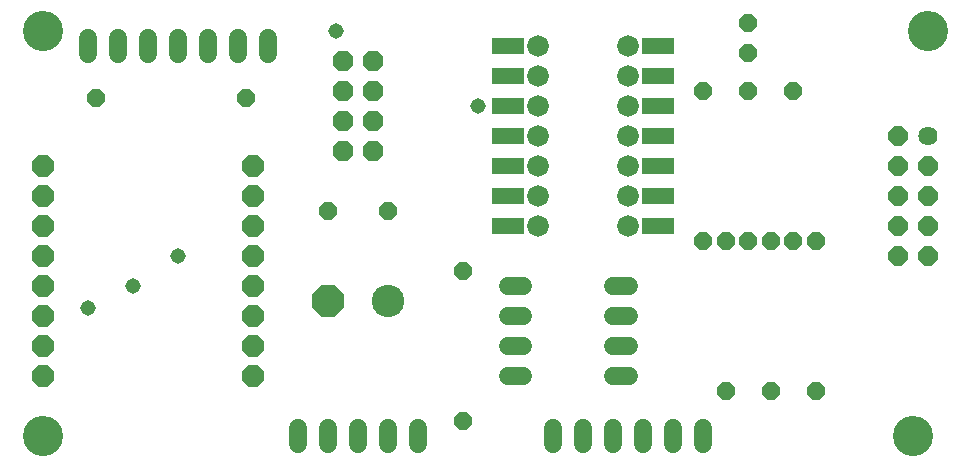
<source format=gts>
G75*
%MOIN*%
%OFA0B0*%
%FSLAX25Y25*%
%IPPOS*%
%LPD*%
%AMOC8*
5,1,8,0,0,1.08239X$1,22.5*
%
%ADD10C,0.13398*%
%ADD11C,0.06000*%
%ADD12C,0.06400*%
%ADD13OC8,0.06400*%
%ADD14C,0.07200*%
%ADD15R,0.10800X0.05800*%
%ADD16OC8,0.06000*%
%ADD17OC8,0.07400*%
%ADD18OC8,0.06800*%
%ADD19C,0.10800*%
%ADD20OC8,0.10800*%
%ADD21C,0.05156*%
D10*
X0016800Y0021800D03*
X0016800Y0156800D03*
X0306800Y0021800D03*
X0311800Y0156800D03*
D11*
X0212000Y0071800D02*
X0206800Y0071800D01*
X0206800Y0061800D02*
X0212000Y0061800D01*
X0212000Y0051800D02*
X0206800Y0051800D01*
X0206800Y0041800D02*
X0212000Y0041800D01*
X0216800Y0024400D02*
X0216800Y0019200D01*
X0206800Y0019200D02*
X0206800Y0024400D01*
X0196800Y0024400D02*
X0196800Y0019200D01*
X0186800Y0019200D02*
X0186800Y0024400D01*
X0176800Y0041800D02*
X0171600Y0041800D01*
X0171600Y0051800D02*
X0176800Y0051800D01*
X0176800Y0061800D02*
X0171600Y0061800D01*
X0171600Y0071800D02*
X0176800Y0071800D01*
X0141800Y0024400D02*
X0141800Y0019200D01*
X0131800Y0019200D02*
X0131800Y0024400D01*
X0121800Y0024400D02*
X0121800Y0019200D01*
X0111800Y0019200D02*
X0111800Y0024400D01*
X0101800Y0024400D02*
X0101800Y0019200D01*
X0226800Y0019200D02*
X0226800Y0024400D01*
X0236800Y0024400D02*
X0236800Y0019200D01*
X0091800Y0149200D02*
X0091800Y0154400D01*
X0081800Y0154400D02*
X0081800Y0149200D01*
X0071800Y0149200D02*
X0071800Y0154400D01*
X0061800Y0154400D02*
X0061800Y0149200D01*
X0051800Y0149200D02*
X0051800Y0154400D01*
X0041800Y0154400D02*
X0041800Y0149200D01*
X0031800Y0149200D02*
X0031800Y0154400D01*
D12*
X0311800Y0121800D03*
D13*
X0301800Y0121800D03*
X0301800Y0111800D03*
X0311800Y0111800D03*
X0311800Y0101800D03*
X0301800Y0101800D03*
X0301800Y0091800D03*
X0311800Y0091800D03*
X0311800Y0081800D03*
X0301800Y0081800D03*
D14*
X0211800Y0091800D03*
X0211800Y0101800D03*
X0211800Y0111800D03*
X0211800Y0121800D03*
X0211800Y0131800D03*
X0211800Y0141800D03*
X0211800Y0151800D03*
X0181800Y0151800D03*
X0181800Y0141800D03*
X0181800Y0131800D03*
X0181800Y0121800D03*
X0181800Y0111800D03*
X0181800Y0101800D03*
X0181800Y0091800D03*
D15*
X0171800Y0091800D03*
X0171800Y0101800D03*
X0171800Y0111800D03*
X0171800Y0121800D03*
X0171800Y0131800D03*
X0171800Y0141800D03*
X0171800Y0151800D03*
X0221800Y0151800D03*
X0221800Y0141800D03*
X0221800Y0131800D03*
X0221800Y0121800D03*
X0221800Y0111800D03*
X0221800Y0101800D03*
X0221800Y0091800D03*
D16*
X0236800Y0086800D03*
X0244300Y0086800D03*
X0251800Y0086800D03*
X0259300Y0086800D03*
X0266800Y0086800D03*
X0274300Y0086800D03*
X0274300Y0036800D03*
X0259300Y0036800D03*
X0244300Y0036800D03*
X0156800Y0026800D03*
X0156800Y0076800D03*
X0131800Y0096800D03*
X0111800Y0096800D03*
X0084300Y0134300D03*
X0034300Y0134300D03*
X0236800Y0136800D03*
X0251800Y0136800D03*
X0266800Y0136800D03*
X0251800Y0149300D03*
X0251800Y0159300D03*
D17*
X0086800Y0111800D03*
X0086800Y0101800D03*
X0086800Y0091800D03*
X0086800Y0081800D03*
X0086800Y0071800D03*
X0086800Y0061800D03*
X0086800Y0051800D03*
X0086800Y0041800D03*
X0016800Y0041800D03*
X0016800Y0051800D03*
X0016800Y0061800D03*
X0016800Y0071800D03*
X0016800Y0081800D03*
X0016800Y0091800D03*
X0016800Y0101800D03*
X0016800Y0111800D03*
D18*
X0116800Y0116800D03*
X0126800Y0116800D03*
X0126800Y0126800D03*
X0116800Y0126800D03*
X0116800Y0136800D03*
X0126800Y0136800D03*
X0126800Y0146800D03*
X0116800Y0146800D03*
D19*
X0131800Y0066800D03*
D20*
X0111800Y0066800D03*
D21*
X0061800Y0081800D03*
X0046800Y0071800D03*
X0031800Y0064300D03*
X0161800Y0131800D03*
X0114300Y0156800D03*
M02*

</source>
